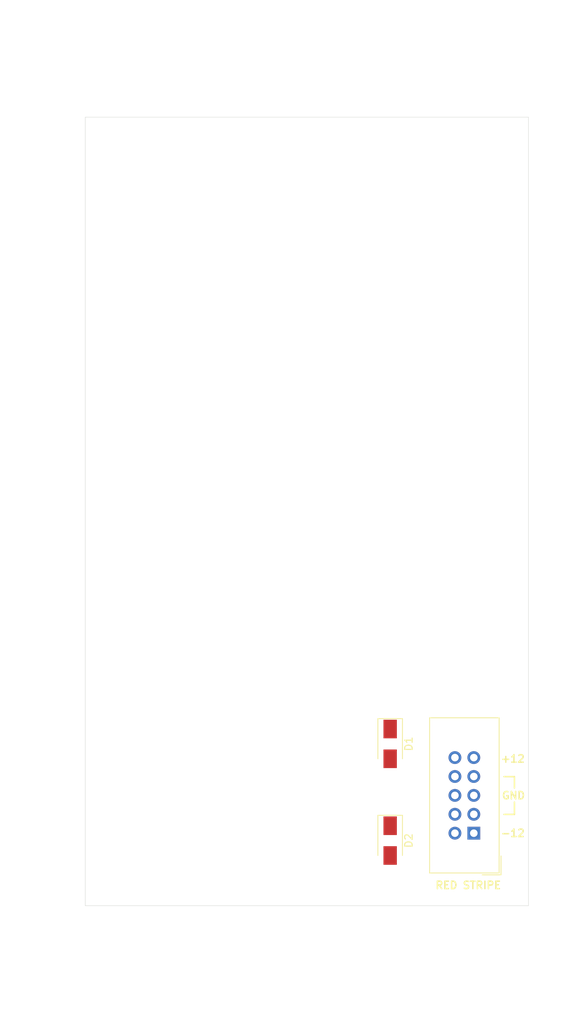
<source format=kicad_pcb>
(kicad_pcb (version 20171130) (host pcbnew "(5.1.10)-1")

  (general
    (thickness 1.6)
    (drawings 41)
    (tracks 0)
    (zones 0)
    (modules 3)
    (nets 6)
  )

  (page A4)
  (layers
    (0 F.Cu signal)
    (31 B.Cu signal)
    (32 B.Adhes user)
    (33 F.Adhes user)
    (34 B.Paste user)
    (35 F.Paste user)
    (36 B.SilkS user)
    (37 F.SilkS user)
    (38 B.Mask user)
    (39 F.Mask user)
    (40 Dwgs.User user)
    (41 Cmts.User user)
    (42 Eco1.User user)
    (43 Eco2.User user)
    (44 Edge.Cuts user)
    (45 Margin user)
    (46 B.CrtYd user)
    (47 F.CrtYd user)
    (48 B.Fab user)
    (49 F.Fab user hide)
  )

  (setup
    (last_trace_width 0.25)
    (trace_clearance 0.2)
    (zone_clearance 0.508)
    (zone_45_only no)
    (trace_min 0.2)
    (via_size 0.8)
    (via_drill 0.4)
    (via_min_size 0.4)
    (via_min_drill 0.3)
    (uvia_size 0.3)
    (uvia_drill 0.1)
    (uvias_allowed no)
    (uvia_min_size 0.2)
    (uvia_min_drill 0.1)
    (edge_width 0.05)
    (segment_width 0.2)
    (pcb_text_width 0.3)
    (pcb_text_size 1.5 1.5)
    (mod_edge_width 0.12)
    (mod_text_size 1 1)
    (mod_text_width 0.15)
    (pad_size 1.524 1.524)
    (pad_drill 0.762)
    (pad_to_mask_clearance 0)
    (aux_axis_origin 0 0)
    (visible_elements 7FFFFF7F)
    (pcbplotparams
      (layerselection 0x010fc_ffffffff)
      (usegerberextensions false)
      (usegerberattributes true)
      (usegerberadvancedattributes true)
      (creategerberjobfile true)
      (excludeedgelayer true)
      (linewidth 0.100000)
      (plotframeref false)
      (viasonmask false)
      (mode 1)
      (useauxorigin false)
      (hpglpennumber 1)
      (hpglpenspeed 20)
      (hpglpendiameter 15.000000)
      (psnegative false)
      (psa4output false)
      (plotreference true)
      (plotvalue true)
      (plotinvisibletext false)
      (padsonsilk false)
      (subtractmaskfromsilk false)
      (outputformat 1)
      (mirror false)
      (drillshape 1)
      (scaleselection 1)
      (outputdirectory ""))
  )

  (net 0 "")
  (net 1 "Net-(D1-Pad2)")
  (net 2 +12V)
  (net 3 -12V)
  (net 4 "Net-(D2-Pad1)")
  (net 5 GND)

  (net_class Default "This is the default net class."
    (clearance 0.2)
    (trace_width 0.25)
    (via_dia 0.8)
    (via_drill 0.4)
    (uvia_dia 0.3)
    (uvia_drill 0.1)
    (add_net +12V)
    (add_net -12V)
    (add_net GND)
    (add_net "Net-(D1-Pad2)")
    (add_net "Net-(D2-Pad1)")
  )

  (module Connector_IDC:IDC-Header_2x05_P2.54mm_Vertical (layer F.Cu) (tedit 59DE0611) (tstamp 6165953B)
    (at 150.749 144 180)
    (descr "Through hole straight IDC box header, 2x05, 2.54mm pitch, double rows")
    (tags "Through hole IDC box header THT 2x05 2.54mm double row")
    (path /61659182)
    (fp_text reference J1 (at 1.27 -6.604) (layer Dwgs.User) hide
      (effects (font (size 1 1) (thickness 0.15)))
    )
    (fp_text value 02x05_Eurorack_power (at 1.27 16.764) (layer F.Fab)
      (effects (font (size 1 1) (thickness 0.15)))
    )
    (fp_text user %R (at 1.27 5.08) (layer F.Fab)
      (effects (font (size 1 1) (thickness 0.15)))
    )
    (fp_line (start 5.695 -5.1) (end 5.695 15.26) (layer F.Fab) (width 0.1))
    (fp_line (start 5.145 -4.56) (end 5.145 14.7) (layer F.Fab) (width 0.1))
    (fp_line (start -3.155 -5.1) (end -3.155 15.26) (layer F.Fab) (width 0.1))
    (fp_line (start -2.605 -4.56) (end -2.605 2.83) (layer F.Fab) (width 0.1))
    (fp_line (start -2.605 7.33) (end -2.605 14.7) (layer F.Fab) (width 0.1))
    (fp_line (start -2.605 2.83) (end -3.155 2.83) (layer F.Fab) (width 0.1))
    (fp_line (start -2.605 7.33) (end -3.155 7.33) (layer F.Fab) (width 0.1))
    (fp_line (start 5.695 -5.1) (end -3.155 -5.1) (layer F.Fab) (width 0.1))
    (fp_line (start 5.145 -4.56) (end -2.605 -4.56) (layer F.Fab) (width 0.1))
    (fp_line (start 5.695 15.26) (end -3.155 15.26) (layer F.Fab) (width 0.1))
    (fp_line (start 5.145 14.7) (end -2.605 14.7) (layer F.Fab) (width 0.1))
    (fp_line (start 5.695 -5.1) (end 5.145 -4.56) (layer F.Fab) (width 0.1))
    (fp_line (start 5.695 15.26) (end 5.145 14.7) (layer F.Fab) (width 0.1))
    (fp_line (start -3.155 -5.1) (end -2.605 -4.56) (layer F.Fab) (width 0.1))
    (fp_line (start -3.155 15.26) (end -2.605 14.7) (layer F.Fab) (width 0.1))
    (fp_line (start 5.95 -5.35) (end 5.95 15.51) (layer F.CrtYd) (width 0.05))
    (fp_line (start 5.95 15.51) (end -3.41 15.51) (layer F.CrtYd) (width 0.05))
    (fp_line (start -3.41 15.51) (end -3.41 -5.35) (layer F.CrtYd) (width 0.05))
    (fp_line (start -3.41 -5.35) (end 5.95 -5.35) (layer F.CrtYd) (width 0.05))
    (fp_line (start 5.945 -5.35) (end 5.945 15.51) (layer F.SilkS) (width 0.12))
    (fp_line (start 5.945 15.51) (end -3.405 15.51) (layer F.SilkS) (width 0.12))
    (fp_line (start -3.405 15.51) (end -3.405 -5.35) (layer F.SilkS) (width 0.12))
    (fp_line (start -3.405 -5.35) (end 5.945 -5.35) (layer F.SilkS) (width 0.12))
    (fp_line (start -3.655 -5.6) (end -3.655 -3.06) (layer F.SilkS) (width 0.12))
    (fp_line (start -3.655 -5.6) (end -1.115 -5.6) (layer F.SilkS) (width 0.12))
    (pad 10 thru_hole oval (at 2.54 10.16 180) (size 1.7272 1.7272) (drill 1.016) (layers *.Cu *.Mask)
      (net 1 "Net-(D1-Pad2)"))
    (pad 9 thru_hole oval (at 0 10.16 180) (size 1.7272 1.7272) (drill 1.016) (layers *.Cu *.Mask)
      (net 1 "Net-(D1-Pad2)"))
    (pad 8 thru_hole oval (at 2.54 7.62 180) (size 1.7272 1.7272) (drill 1.016) (layers *.Cu *.Mask)
      (net 5 GND))
    (pad 7 thru_hole oval (at 0 7.62 180) (size 1.7272 1.7272) (drill 1.016) (layers *.Cu *.Mask)
      (net 5 GND))
    (pad 6 thru_hole oval (at 2.54 5.08 180) (size 1.7272 1.7272) (drill 1.016) (layers *.Cu *.Mask)
      (net 5 GND))
    (pad 5 thru_hole oval (at 0 5.08 180) (size 1.7272 1.7272) (drill 1.016) (layers *.Cu *.Mask)
      (net 5 GND))
    (pad 4 thru_hole oval (at 2.54 2.54 180) (size 1.7272 1.7272) (drill 1.016) (layers *.Cu *.Mask)
      (net 5 GND))
    (pad 3 thru_hole oval (at 0 2.54 180) (size 1.7272 1.7272) (drill 1.016) (layers *.Cu *.Mask)
      (net 5 GND))
    (pad 2 thru_hole oval (at 2.54 0 180) (size 1.7272 1.7272) (drill 1.016) (layers *.Cu *.Mask)
      (net 4 "Net-(D2-Pad1)"))
    (pad 1 thru_hole rect (at 0 0 180) (size 1.7272 1.7272) (drill 1.016) (layers *.Cu *.Mask)
      (net 4 "Net-(D2-Pad1)"))
    (model ${KISYS3DMOD}/Connector_IDC.3dshapes/IDC-Header_2x05_P2.54mm_Vertical.wrl
      (at (xyz 0 0 0))
      (scale (xyz 1 1 1))
      (rotate (xyz 0 0 0))
    )
  )

  (module Diode_SMD:D_SMA (layer F.Cu) (tedit 586432E5) (tstamp 61659513)
    (at 139.5 145 270)
    (descr "Diode SMA (DO-214AC)")
    (tags "Diode SMA (DO-214AC)")
    (path /6165E6F0)
    (attr smd)
    (fp_text reference D2 (at 0 -2.5 90) (layer F.SilkS)
      (effects (font (size 1 1) (thickness 0.15)))
    )
    (fp_text value D_Schottky (at 0 2.6 90) (layer F.Fab)
      (effects (font (size 1 1) (thickness 0.15)))
    )
    (fp_text user %R (at 0 -2.5 90) (layer F.Fab)
      (effects (font (size 1 1) (thickness 0.15)))
    )
    (fp_line (start -3.4 -1.65) (end -3.4 1.65) (layer F.SilkS) (width 0.12))
    (fp_line (start 2.3 1.5) (end -2.3 1.5) (layer F.Fab) (width 0.1))
    (fp_line (start -2.3 1.5) (end -2.3 -1.5) (layer F.Fab) (width 0.1))
    (fp_line (start 2.3 -1.5) (end 2.3 1.5) (layer F.Fab) (width 0.1))
    (fp_line (start 2.3 -1.5) (end -2.3 -1.5) (layer F.Fab) (width 0.1))
    (fp_line (start -3.5 -1.75) (end 3.5 -1.75) (layer F.CrtYd) (width 0.05))
    (fp_line (start 3.5 -1.75) (end 3.5 1.75) (layer F.CrtYd) (width 0.05))
    (fp_line (start 3.5 1.75) (end -3.5 1.75) (layer F.CrtYd) (width 0.05))
    (fp_line (start -3.5 1.75) (end -3.5 -1.75) (layer F.CrtYd) (width 0.05))
    (fp_line (start -0.64944 0.00102) (end -1.55114 0.00102) (layer F.Fab) (width 0.1))
    (fp_line (start 0.50118 0.00102) (end 1.4994 0.00102) (layer F.Fab) (width 0.1))
    (fp_line (start -0.64944 -0.79908) (end -0.64944 0.80112) (layer F.Fab) (width 0.1))
    (fp_line (start 0.50118 0.75032) (end 0.50118 -0.79908) (layer F.Fab) (width 0.1))
    (fp_line (start -0.64944 0.00102) (end 0.50118 0.75032) (layer F.Fab) (width 0.1))
    (fp_line (start -0.64944 0.00102) (end 0.50118 -0.79908) (layer F.Fab) (width 0.1))
    (fp_line (start -3.4 1.65) (end 2 1.65) (layer F.SilkS) (width 0.12))
    (fp_line (start -3.4 -1.65) (end 2 -1.65) (layer F.SilkS) (width 0.12))
    (pad 2 smd rect (at 2 0 270) (size 2.5 1.8) (layers F.Cu F.Paste F.Mask)
      (net 3 -12V))
    (pad 1 smd rect (at -2 0 270) (size 2.5 1.8) (layers F.Cu F.Paste F.Mask)
      (net 4 "Net-(D2-Pad1)"))
    (model ${KISYS3DMOD}/Diode_SMD.3dshapes/D_SMA.wrl
      (at (xyz 0 0 0))
      (scale (xyz 1 1 1))
      (rotate (xyz 0 0 0))
    )
  )

  (module Diode_SMD:D_SMA (layer F.Cu) (tedit 586432E5) (tstamp 61659978)
    (at 139.5 132 270)
    (descr "Diode SMA (DO-214AC)")
    (tags "Diode SMA (DO-214AC)")
    (path /6165DBE6)
    (attr smd)
    (fp_text reference D1 (at 0 -2.5 90) (layer F.SilkS)
      (effects (font (size 1 1) (thickness 0.15)))
    )
    (fp_text value D_Schottky (at 0 2.6 90) (layer F.Fab)
      (effects (font (size 1 1) (thickness 0.15)))
    )
    (fp_text user %R (at 0 -2.5 90) (layer F.Fab)
      (effects (font (size 1 1) (thickness 0.15)))
    )
    (fp_line (start -3.4 -1.65) (end -3.4 1.65) (layer F.SilkS) (width 0.12))
    (fp_line (start 2.3 1.5) (end -2.3 1.5) (layer F.Fab) (width 0.1))
    (fp_line (start -2.3 1.5) (end -2.3 -1.5) (layer F.Fab) (width 0.1))
    (fp_line (start 2.3 -1.5) (end 2.3 1.5) (layer F.Fab) (width 0.1))
    (fp_line (start 2.3 -1.5) (end -2.3 -1.5) (layer F.Fab) (width 0.1))
    (fp_line (start -3.5 -1.75) (end 3.5 -1.75) (layer F.CrtYd) (width 0.05))
    (fp_line (start 3.5 -1.75) (end 3.5 1.75) (layer F.CrtYd) (width 0.05))
    (fp_line (start 3.5 1.75) (end -3.5 1.75) (layer F.CrtYd) (width 0.05))
    (fp_line (start -3.5 1.75) (end -3.5 -1.75) (layer F.CrtYd) (width 0.05))
    (fp_line (start -0.64944 0.00102) (end -1.55114 0.00102) (layer F.Fab) (width 0.1))
    (fp_line (start 0.50118 0.00102) (end 1.4994 0.00102) (layer F.Fab) (width 0.1))
    (fp_line (start -0.64944 -0.79908) (end -0.64944 0.80112) (layer F.Fab) (width 0.1))
    (fp_line (start 0.50118 0.75032) (end 0.50118 -0.79908) (layer F.Fab) (width 0.1))
    (fp_line (start -0.64944 0.00102) (end 0.50118 0.75032) (layer F.Fab) (width 0.1))
    (fp_line (start -0.64944 0.00102) (end 0.50118 -0.79908) (layer F.Fab) (width 0.1))
    (fp_line (start -3.4 1.65) (end 2 1.65) (layer F.SilkS) (width 0.12))
    (fp_line (start -3.4 -1.65) (end 2 -1.65) (layer F.SilkS) (width 0.12))
    (pad 2 smd rect (at 2 0 270) (size 2.5 1.8) (layers F.Cu F.Paste F.Mask)
      (net 1 "Net-(D1-Pad2)"))
    (pad 1 smd rect (at -2 0 270) (size 2.5 1.8) (layers F.Cu F.Paste F.Mask)
      (net 2 +12V))
    (model ${KISYS3DMOD}/Diode_SMD.3dshapes/D_SMA.wrl
      (at (xyz 0 0 0))
      (scale (xyz 1 1 1))
      (rotate (xyz 0 0 0))
    )
  )

  (gr_line (start 156.21 139.827) (end 156.21 141.478) (layer F.SilkS) (width 0.2) (tstamp 6165991E))
  (gr_line (start 156.21 141.478) (end 154.813 141.478) (layer F.SilkS) (width 0.2) (tstamp 6165991D))
  (gr_line (start 156.21 136.398) (end 154.813 136.398) (layer F.SilkS) (width 0.2))
  (gr_line (start 156.21 136.398) (end 156.21 137.922) (layer F.SilkS) (width 0.2))
  (gr_text GND (at 156.083 138.938) (layer F.SilkS) (tstamp 616598BA)
    (effects (font (size 1 1) (thickness 0.2)))
  )
  (gr_text -12 (at 156 144) (layer F.SilkS) (tstamp 616598B7)
    (effects (font (size 1 1) (thickness 0.2)))
  )
  (gr_text +12 (at 156 134) (layer F.SilkS) (tstamp 616598B3)
    (effects (font (size 1 1) (thickness 0.2)))
  )
  (gr_text "RED STRIPE" (at 150 151) (layer F.SilkS)
    (effects (font (size 1 1) (thickness 0.2)))
  )
  (dimension 106 (width 0.15) (layer Dwgs.User)
    (gr_text "106.000 mm" (at 90.7 100.75 270) (layer Dwgs.User)
      (effects (font (size 1 1) (thickness 0.15)))
    )
    (feature1 (pts (xy 98 153.75) (xy 91.413579 153.75)))
    (feature2 (pts (xy 98 47.75) (xy 91.413579 47.75)))
    (crossbar (pts (xy 92 47.75) (xy 92 153.75)))
    (arrow1a (pts (xy 92 153.75) (xy 91.413579 152.623496)))
    (arrow1b (pts (xy 92 153.75) (xy 92.586421 152.623496)))
    (arrow2a (pts (xy 92 47.75) (xy 91.413579 48.876504)))
    (arrow2b (pts (xy 92 47.75) (xy 92.586421 48.876504)))
  )
  (dimension 11.25 (width 0.15) (layer Dwgs.User)
    (gr_text "11.250 mm" (at 90.7 42.125 90) (layer Dwgs.User)
      (effects (font (size 1 1) (thickness 0.15)))
    )
    (feature1 (pts (xy 98 36.5) (xy 91.413579 36.5)))
    (feature2 (pts (xy 98 47.75) (xy 91.413579 47.75)))
    (crossbar (pts (xy 92 47.75) (xy 92 36.5)))
    (arrow1a (pts (xy 92 36.5) (xy 92.586421 37.626504)))
    (arrow1b (pts (xy 92 36.5) (xy 91.413579 37.626504)))
    (arrow2a (pts (xy 92 47.75) (xy 92.586421 46.623496)))
    (arrow2b (pts (xy 92 47.75) (xy 91.413579 46.623496)))
  )
  (gr_line (start 158.1 47.75) (end 98.5 47.75) (layer Edge.Cuts) (width 0.05))
  (gr_line (start 98.5 153.75) (end 98.5 47.75) (layer Edge.Cuts) (width 0.05))
  (dimension 11.25 (width 0.15) (layer Dwgs.User)
    (gr_text "11.250 mm" (at 90.7 159.375 90) (layer Dwgs.User)
      (effects (font (size 1 1) (thickness 0.15)))
    )
    (feature1 (pts (xy 98 153.75) (xy 91.413579 153.75)))
    (feature2 (pts (xy 98 165) (xy 91.413579 165)))
    (crossbar (pts (xy 92 165) (xy 92 153.75)))
    (arrow1a (pts (xy 92 153.75) (xy 92.586421 154.876504)))
    (arrow1b (pts (xy 92 153.75) (xy 91.413579 154.876504)))
    (arrow2a (pts (xy 92 165) (xy 92.586421 163.873496)))
    (arrow2b (pts (xy 92 165) (xy 91.413579 163.873496)))
  )
  (gr_line (start 158.1 153.75) (end 158.1 47.75) (layer Edge.Cuts) (width 0.05))
  (gr_line (start 98.5 153.75) (end 158.1 153.75) (layer Edge.Cuts) (width 0.05))
  (dimension 45.72 (width 0.15) (layer Dwgs.User)
    (gr_text "45.720 mm" (at 128.36 167.8) (layer Dwgs.User)
      (effects (font (size 1 1) (thickness 0.15)))
    )
    (feature1 (pts (xy 151.22 162) (xy 151.22 167.086421)))
    (feature2 (pts (xy 105.5 162) (xy 105.5 167.086421)))
    (crossbar (pts (xy 105.5 166.5) (xy 151.22 166.5)))
    (arrow1a (pts (xy 151.22 166.5) (xy 150.093496 167.086421)))
    (arrow1b (pts (xy 151.22 166.5) (xy 150.093496 165.913579)))
    (arrow2a (pts (xy 105.5 166.5) (xy 106.626504 167.086421)))
    (arrow2b (pts (xy 105.5 166.5) (xy 106.626504 165.913579)))
  )
  (dimension 45.72 (width 0.15) (layer Dwgs.User)
    (gr_text "45.720 mm" (at 128.36 32.7) (layer Dwgs.User)
      (effects (font (size 1 1) (thickness 0.15)))
    )
    (feature1 (pts (xy 151.22 39.5) (xy 151.22 33.413579)))
    (feature2 (pts (xy 105.5 39.5) (xy 105.5 33.413579)))
    (crossbar (pts (xy 105.5 34) (xy 151.22 34)))
    (arrow1a (pts (xy 151.22 34) (xy 150.093496 34.586421)))
    (arrow1b (pts (xy 151.22 34) (xy 150.093496 33.413579)))
    (arrow2a (pts (xy 105.5 34) (xy 106.626504 34.586421)))
    (arrow2b (pts (xy 105.5 34) (xy 106.626504 33.413579)))
  )
  (gr_arc (start 152.22 162) (end 152.22 163.6) (angle -180) (layer Dwgs.User) (width 0.05) (tstamp 616575F6))
  (gr_arc (start 150.22 162) (end 150.22 160.4) (angle -180) (layer Dwgs.User) (width 0.05) (tstamp 616575F5))
  (gr_line (start 152.22 160.4) (end 150.22 160.4) (layer Dwgs.User) (width 0.05) (tstamp 616575F4))
  (gr_line (start 150.22 163.6) (end 152.22 163.6) (layer Dwgs.User) (width 0.05) (tstamp 616575F3))
  (gr_arc (start 152.22 39.5) (end 152.22 41.1) (angle -180) (layer Dwgs.User) (width 0.05) (tstamp 6165755F))
  (gr_line (start 152.22 37.9) (end 150.22 37.9) (layer Dwgs.User) (width 0.05) (tstamp 6165755E))
  (gr_arc (start 150.22 39.5) (end 150.22 37.9) (angle -180) (layer Dwgs.User) (width 0.05) (tstamp 6165755B))
  (gr_line (start 150.22 41.1) (end 152.22 41.1) (layer Dwgs.User) (width 0.05) (tstamp 6165755A))
  (dimension 7.5 (width 0.15) (layer Dwgs.User)
    (gr_text "7.500 mm" (at 101.75 167.8) (layer Dwgs.User)
      (effects (font (size 1 1) (thickness 0.15)))
    )
    (feature1 (pts (xy 98 162) (xy 98 167.086421)))
    (feature2 (pts (xy 105.5 162) (xy 105.5 167.086421)))
    (crossbar (pts (xy 105.5 166.5) (xy 98 166.5)))
    (arrow1a (pts (xy 98 166.5) (xy 99.126504 165.913579)))
    (arrow1b (pts (xy 98 166.5) (xy 99.126504 167.086421)))
    (arrow2a (pts (xy 105.5 166.5) (xy 104.373496 165.913579)))
    (arrow2b (pts (xy 105.5 166.5) (xy 104.373496 167.086421)))
  )
  (dimension 7.5 (width 0.15) (layer Dwgs.User)
    (gr_text "7.500 mm" (at 101.75 32.7) (layer Dwgs.User)
      (effects (font (size 1 1) (thickness 0.15)))
    )
    (feature1 (pts (xy 98 39.5) (xy 98 33.413579)))
    (feature2 (pts (xy 105.5 39.5) (xy 105.5 33.413579)))
    (crossbar (pts (xy 105.5 34) (xy 98 34)))
    (arrow1a (pts (xy 98 34) (xy 99.126504 33.413579)))
    (arrow1b (pts (xy 98 34) (xy 99.126504 34.586421)))
    (arrow2a (pts (xy 105.5 34) (xy 104.373496 33.413579)))
    (arrow2b (pts (xy 105.5 34) (xy 104.373496 34.586421)))
  )
  (gr_arc (start 104.5 162) (end 104.5 160.4) (angle -180) (layer Dwgs.User) (width 0.05) (tstamp 616572F5))
  (gr_line (start 106.5 160.4) (end 104.5 160.4) (layer Dwgs.User) (width 0.05) (tstamp 616572F4))
  (gr_line (start 104.5 163.6) (end 106.5 163.6) (layer Dwgs.User) (width 0.05) (tstamp 616572F3))
  (gr_arc (start 106.5 162) (end 106.5 163.6) (angle -180) (layer Dwgs.User) (width 0.05) (tstamp 616572D5))
  (gr_line (start 104.5 41.1) (end 106.5 41.1) (layer Dwgs.User) (width 0.05) (tstamp 6165721F))
  (gr_arc (start 104.5 39.5) (end 104.5 37.9) (angle -180) (layer Dwgs.User) (width 0.05))
  (gr_line (start 106.5 37.9) (end 104.5 37.9) (layer Dwgs.User) (width 0.05))
  (gr_arc (start 106.5 39.5) (end 106.5 41.1) (angle -180) (layer Dwgs.User) (width 0.05))
  (dimension 128.5 (width 0.15) (layer Dwgs.User)
    (gr_text "128.500 mm" (at 163.4 100.75 90) (layer Dwgs.User)
      (effects (font (size 1 1) (thickness 0.15)))
    )
    (feature1 (pts (xy 158.6 36.5) (xy 162.686421 36.5)))
    (feature2 (pts (xy 158.6 165) (xy 162.686421 165)))
    (crossbar (pts (xy 162.1 165) (xy 162.1 36.5)))
    (arrow1a (pts (xy 162.1 36.5) (xy 162.686421 37.626504)))
    (arrow1b (pts (xy 162.1 36.5) (xy 161.513579 37.626504)))
    (arrow2a (pts (xy 162.1 165) (xy 162.686421 163.873496)))
    (arrow2b (pts (xy 162.1 165) (xy 161.513579 163.873496)))
  )
  (dimension 60.6 (width 0.15) (layer Dwgs.User)
    (gr_text "60.600 mm" (at 128.3 170.3) (layer Dwgs.User)
      (effects (font (size 1 1) (thickness 0.15)))
    )
    (feature1 (pts (xy 158.6 165) (xy 158.6 169.586421)))
    (feature2 (pts (xy 98 165) (xy 98 169.586421)))
    (crossbar (pts (xy 98 169) (xy 158.6 169)))
    (arrow1a (pts (xy 158.6 169) (xy 157.473496 169.586421)))
    (arrow1b (pts (xy 158.6 169) (xy 157.473496 168.413579)))
    (arrow2a (pts (xy 98 169) (xy 99.126504 169.586421)))
    (arrow2b (pts (xy 98 169) (xy 99.126504 168.413579)))
  )
  (gr_line (start 98 36.5) (end 98 165) (layer Dwgs.User) (width 0.05) (tstamp 61656D8B))
  (gr_line (start 158.6 36.5) (end 98 36.5) (layer Dwgs.User) (width 0.05))
  (gr_line (start 158.6 165) (end 158.6 36.5) (layer Dwgs.User) (width 0.05))
  (gr_line (start 98 165) (end 158.6 165) (layer Dwgs.User) (width 0.05))

)

</source>
